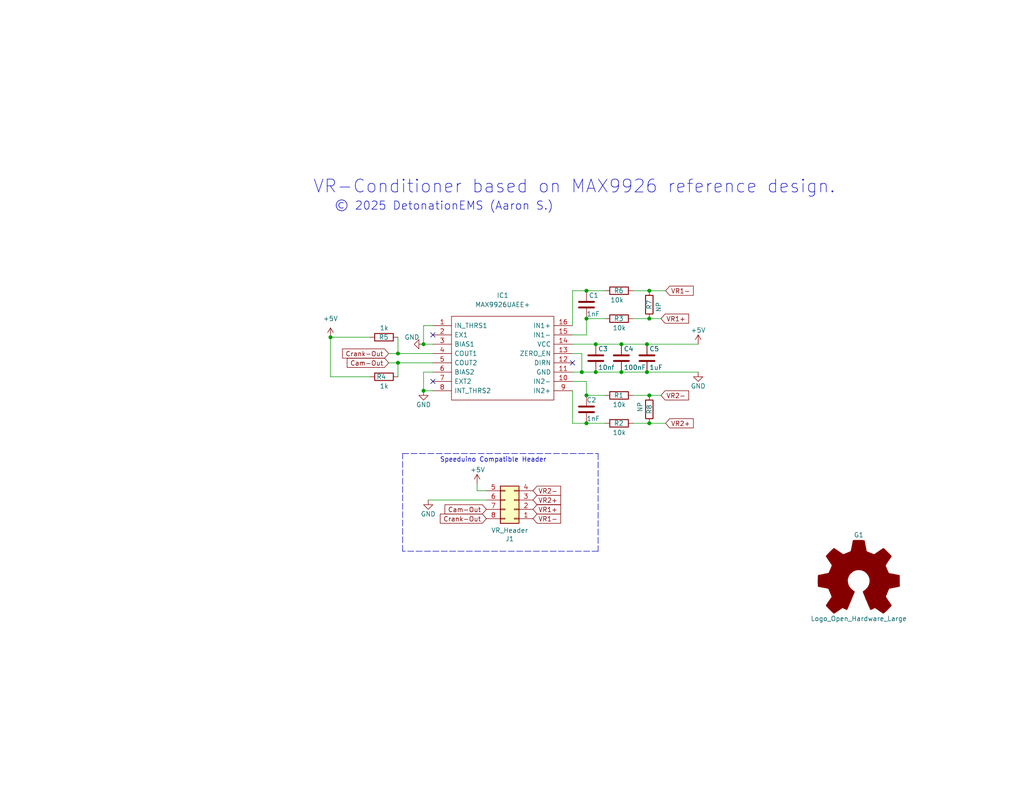
<source format=kicad_sch>
(kicad_sch (version 20250114) (generator "eeschema") (generator_version "9.0")
  (paper "USLetter")
  (title_block (title "VR-Conditioner") (date "2025-05-18") (rev "B") (company "OpenLogicEFI") (comment 1 "OpenLogicEFI"))
  (lib_symbols
    (symbol "Connector_Generic:Conn_02x04_Counter_Clockwise" (pin_names (offset 1.016) (hide yes))
      (property "Reference" "J" (at 1.27 5.08 0))
      (property "Value" "Conn_02x04_Counter_Clockwise" (at 1.27 -7.62 0))
      (symbol "Conn_02x04_Counter_Clockwise_1_1"
        (rectangle (start -1.27 3.81) (end 3.81 -6.35) (stroke (width 0.254)) (fill (type background)))
        (rectangle (start -1.27 2.667) (end 0 2.413) (stroke (width 0.1524)))
        (rectangle (start -1.27 0.127) (end 0 -0.127) (stroke (width 0.1524)))
        (rectangle (start -1.27 -2.413) (end 0 -2.667) (stroke (width 0.1524)))
        (rectangle (start -1.27 -4.953) (end 0 -5.207) (stroke (width 0.1524)))
        (rectangle (start 3.81 2.667) (end 2.54 2.413) (stroke (width 0.1524)))
        (rectangle (start 3.81 0.127) (end 2.54 -0.127) (stroke (width 0.1524)))
        (rectangle (start 3.81 -2.413) (end 2.54 -2.667) (stroke (width 0.1524)))
        (rectangle (start 3.81 -4.953) (end 2.54 -5.207) (stroke (width 0.1524)))
        (pin passive line (at -5.08 2.54 0) (length 3.81) (name "Pin_1") (number "1"))
        (pin passive line (at -5.08 0 0) (length 3.81) (name "Pin_2") (number "2"))
        (pin passive line (at -5.08 -2.54 0) (length 3.81) (name "Pin_3") (number "3"))
        (pin passive line (at -5.08 -5.08 0) (length 3.81) (name "Pin_4") (number "4"))
        (pin passive line (at 7.62 2.54 180) (length 3.81) (name "Pin_8") (number "8"))
        (pin passive line (at 7.62 0 180) (length 3.81) (name "Pin_7") (number "7"))
        (pin passive line (at 7.62 -2.54 180) (length 3.81) (name "Pin_6") (number "6"))
        (pin passive line (at 7.62 -5.08 180) (length 3.81) (name "Pin_5") (number "5"))
      )
    )
    (symbol "Device:C" (pin_numbers (hide yes)) (pin_names (offset 0.254))
      (property "Reference" "C" (at 0.635 2.54 0))
      (property "Value" "C" (at 0.635 -2.54 0))
      (symbol "C_0_1"
        (polyline (pts (xy -2.032 0.762) (xy 2.032 0.762)) (stroke (width 0.508)))
        (polyline (pts (xy -2.032 -0.762) (xy 2.032 -0.762)) (stroke (width 0.508)))
      )
      (symbol "C_1_1"
        (pin passive line (at 0 3.81 270) (length 2.794) (name "~") (number "1"))
        (pin passive line (at 0 -3.81 90) (length 2.794) (name "~") (number "2"))
      )
    )
    (symbol "Device:R" (pin_numbers (hide yes)) (pin_names (offset 0))
      (property "Reference" "R" (at 2.032 0 90))
      (property "Value" "R" (at 0 0 90))
      (symbol "R_0_1"
        (rectangle (start -1.016 -2.54) (end 1.016 2.54) (stroke (width 0.254)))
      )
      (symbol "R_1_1"
        (pin passive line (at 0 3.81 270) (length 1.27) (name "~") (number "1"))
        (pin passive line (at 0 -3.81 90) (length 1.27) (name "~") (number "2"))
      )
    )
    (symbol "Graphic:Logo_Open_Hardware_Large" (pin_names (offset 1.016))
      (symbol "Logo_Open_Hardware_Large_1_1"
        (polyline (pts (xy 6.731 -8.7122) (xy 6.6294 -8.6614) (xy 6.35 -8.4836) (xy 5.9944 -8.255) (xy 5.5372 -7.9502) (xy 5.1054 -7.6454) (xy 4.7498 -7.4168) (xy 4.4958 -7.239) (xy 4.3942 -7.1882) (xy 4.318 -7.2136) (xy 4.1148 -7.3152) (xy 3.81 -7.4676) (xy 3.6322 -7.5692) (xy 3.3528 -7.6708) (xy 3.2258 -7.6962) (xy 3.2004 -7.6708) (xy 3.0988 -7.4676) (xy 2.9464 -7.0866) (xy 2.7178 -6.604) (xy 2.4892 -6.0452) (xy 2.2352 -5.4356) (xy 1.9558 -4.826) (xy 1.7272 -4.2164) (xy 1.4986 -3.683) (xy 1.3208 -3.2512) (xy 1.2192 -2.9464) (xy 1.1684 -2.8194) (xy 1.1938 -2.794) (xy 1.3208 -2.667) (xy 1.5748 -2.4892) (xy 2.0828 -2.0574) (xy 2.6162 -1.397) (xy 2.921 -0.6604) (xy 3.048 0.1524) (xy 2.9464 0.9144) (xy 2.6416 1.6256) (xy 2.1336 2.286) (xy 1.524 2.7686) (xy 0.8128 3.0734) (xy 0 3.175) (xy -0.762 3.0988) (xy -1.4986 2.794) (xy -2.159 2.286) (xy -2.4384 1.9812) (xy -2.8194 1.3208) (xy -3.048 0.6096) (xy -3.0734 0.4318) (xy -3.0226 -0.3556) (xy -2.794 -1.0922) (xy -2.3876 -1.7526) (xy -1.8288 -2.3114) (xy -1.7526 -2.3622) (xy -1.4732 -2.5654) (xy -1.2954 -2.6924) (xy -1.1684 -2.8194) (xy -2.159 -5.207) (xy -2.3114 -5.588) (xy -2.5908 -6.2484) (xy -2.8194 -6.8072) (xy -3.0226 -7.2644) (xy -3.1496 -7.5692) (xy -3.2258 -7.6708) (xy -3.2258 -7.6962) (xy -3.302 -7.6962) (xy -3.4798 -7.6454) (xy -3.8354 -7.4676) (xy -4.0386 -7.366) (xy -4.2926 -7.239) (xy -4.4196 -7.1882) (xy -4.5212 -7.239) (xy -4.7498 -7.3914) (xy -5.1054 -7.6454) (xy -5.5372 -7.9248) (xy -5.9436 -8.2042) (xy -6.3246 -8.4582) (xy -6.604 -8.636) (xy -6.731 -8.7122) (xy -6.7564 -8.7122) (xy -6.858 -8.636) (xy -7.0866 -8.4582) (xy -7.4168 -8.1534) (xy -7.874 -7.6962) (xy -7.9502 -7.62) (xy -8.3312 -7.239) (xy -8.636 -6.9088) (xy -8.8392 -6.6802) (xy -8.9154 -6.5786) (xy -8.9154 -6.5786) (xy -8.8392 -6.4516) (xy -8.6614 -6.1722) (xy -8.4328 -5.7912) (xy -8.128 -5.3594) (xy -7.3152 -4.191) (xy -7.7724 -3.0988) (xy -7.8994 -2.7686) (xy -8.0772 -2.3622) (xy -8.2042 -2.0828) (xy -8.255 -1.9558) (xy -8.382 -1.905) (xy -8.6614 -1.8542) (xy -9.0932 -1.7526) (xy -9.6266 -1.651) (xy -10.1092 -1.5748) (xy -10.541 -1.4732) (xy -10.8712 -1.4224) (xy -11.0236 -1.397) (xy -11.049 -1.3716) (xy -11.0744 -1.2954) (xy -11.0998 -1.143) (xy -11.0998 -0.889) (xy -11.1252 -0.4572) (xy -11.1252 0.1524) (xy -11.1252 0.2286) (xy -11.0998 0.8128) (xy -11.0998 1.27) (xy -11.0744 1.5494) (xy -11.0744 1.6764) (xy -11.0744 1.6764) (xy -10.922 1.7018) (xy -10.6172 1.778) (xy -10.16 1.8542) (xy -9.652 1.9558) (xy -9.6012 1.9812) (xy -9.0932 2.0828) (xy -8.636 2.159) (xy -8.3312 2.2352) (xy -8.2042 2.286) (xy -8.1788 2.3114) (xy -8.0772 2.5146) (xy -7.9248 2.8448) (xy -7.747 3.2512) (xy -7.5692 3.6576) (xy -7.4168 4.0386) (xy -7.3152 4.318) (xy -7.2898 4.445) (xy -7.2898 4.445) (xy -7.366 4.572) (xy -7.5438 4.826) (xy -7.7978 5.207) (xy -8.128 5.6642) (xy -8.128 5.6896) (xy -8.4328 6.1468) (xy -8.6868 6.5278) (xy -8.8392 6.7818) (xy -8.9154 6.9088) (xy -8.9154 6.9088) (xy -8.8138 7.0358) (xy -8.5852 7.2898) (xy -8.255 7.6454) (xy -7.874 8.0264) (xy -7.747 8.1534) (xy -7.3152 8.5852) (xy -7.0104 8.8646) (xy -6.8326 8.9916) (xy -6.731 9.0424) (xy -6.731 9.0424) (xy -6.604 8.9408) (xy -6.3246 8.763) (xy -5.9436 8.509) (xy -5.4864 8.2042) (xy -5.461 8.1788) (xy -5.0038 7.874) (xy -4.6482 7.62) (xy -4.3688 7.4422) (xy -4.2672 7.3914) (xy -4.2418 7.3914) (xy -4.064 7.4422) (xy -3.7338 7.5438) (xy -3.3528 7.6962) (xy -2.9464 7.874) (xy -2.5654 8.0264) (xy -2.286 8.1534) (xy -2.159 8.2296) (xy -2.159 8.2296) (xy -2.1082 8.382) (xy -2.032 8.7122) (xy -1.9304 9.1694) (xy -1.8288 9.7282) (xy -1.8034 9.8044) (xy -1.7018 10.3378) (xy -1.6256 10.7696) (xy -1.5748 11.0744) (xy -1.524 11.2014) (xy -1.4478 11.2268) (xy -1.1938 11.2522) (xy -0.8128 11.2522) (xy -0.3302 11.2522) (xy 0.1524 11.2522) (xy 0.6604 11.2522) (xy 1.0668 11.2268) (xy 1.3716 11.2014) (xy 1.4986 11.176) (xy 1.4986 11.176) (xy 1.5494 11.0236) (xy 1.6256 10.6934) (xy 1.7018 10.2108) (xy 1.8288 9.6774) (xy 1.8288 9.5758) (xy 1.9304 9.0424) (xy 2.032 8.6106) (xy 2.0828 8.3058) (xy 2.1336 8.2042) (xy 2.159 8.1788) (xy 2.3876 8.0772) (xy 2.7432 7.9248) (xy 3.175 7.747) (xy 4.191 7.3406) (xy 5.461 8.2042) (xy 5.5626 8.2804) (xy 6.0198 8.5852) (xy 6.3754 8.8392) (xy 6.6294 8.9916) (xy 6.7564 9.0424) (xy 6.7564 9.0424) (xy 6.8834 8.9408) (xy 7.1374 8.7122) (xy 7.4676 8.382) (xy 7.8486 7.9756) (xy 8.1534 7.6962) (xy 8.4836 7.3406) (xy 8.7122 7.112) (xy 8.8392 6.9596) (xy 8.8646 6.858) (xy 8.8646 6.8072) (xy 8.7884 6.6802) (xy 8.6106 6.4008) (xy 8.3312 6.0198) (xy 8.0264 5.588) (xy 7.7978 5.207) (xy 7.5184 4.8006) (xy 7.3406 4.4958) (xy 7.2898 4.3434) (xy 7.2898 4.2926) (xy 7.3914 4.0386) (xy 7.5184 3.683) (xy 7.7216 3.2258) (xy 8.1534 2.2352) (xy 8.7884 2.1082) (xy 9.1948 2.0574) (xy 9.7536 1.9304) (xy 10.2616 1.8288) (xy 11.0998 1.6764) (xy 11.1252 -1.3208) (xy 10.9982 -1.3716) (xy 10.8712 -1.397) (xy 10.5664 -1.4732) (xy 10.1346 -1.5494) (xy 9.6266 -1.651) (xy 9.1948 -1.7272) (xy 8.7376 -1.8288) (xy 8.4328 -1.8796) (xy 8.2804 -1.905) (xy 8.255 -1.9558) (xy 8.1534 -2.159) (xy 7.9756 -2.5146) (xy 7.8232 -2.921) (xy 7.6454 -3.3274) (xy 7.493 -3.7338) (xy 7.366 -4.0132) (xy 7.3406 -4.191) (xy 7.3914 -4.2926) (xy 7.5692 -4.5466) (xy 7.7978 -4.9276) (xy 8.1026 -5.3594) (xy 8.4074 -5.7912) (xy 8.6614 -6.1722) (xy 8.8138 -6.4262) (xy 8.89 -6.5532) (xy 8.8646 -6.6548) (xy 8.6868 -6.858) (xy 8.3566 -7.1882) (xy 7.874 -7.6708) (xy 7.7978 -7.747) (xy 7.3914 -8.128) (xy 7.0612 -8.4328) (xy 6.8326 -8.636) (xy 6.731 -8.7122)) (fill (type outline)))
      )
    )
    (symbol "MAX9926UAEE+:MAX9926UAEE+" (pin_names (offset 0.762))
      (property "Reference" "IC" (at 34.29 7.62 0))
      (property "Value" "MAX9926UAEE+" (at 34.29 5.08 0))
      (symbol "MAX9926UAEE+_0_0"
        (pin passive line (at 0 0 0) (length 5.08) (name "IN_THRS1") (number "1"))
        (pin passive line (at 0 -2.54 0) (length 5.08) (name "EX1") (number "2"))
        (pin passive line (at 0 -5.08 0) (length 5.08) (name "BIAS1") (number "3"))
        (pin passive line (at 0 -7.62 0) (length 5.08) (name "COUT1") (number "4"))
        (pin passive line (at 0 -10.16 0) (length 5.08) (name "COUT2") (number "5"))
        (pin passive line (at 0 -12.7 0) (length 5.08) (name "BIAS2") (number "6"))
        (pin passive line (at 0 -15.24 0) (length 5.08) (name "EXT2") (number "7"))
        (pin passive line (at 0 -17.78 0) (length 5.08) (name "INT_THRS2") (number "8"))
        (pin passive line (at 38.1 0 180) (length 5.08) (name "IN1+") (number "16"))
        (pin passive line (at 38.1 -2.54 180) (length 5.08) (name "IN1-") (number "15"))
        (pin passive line (at 38.1 -5.08 180) (length 5.08) (name "VCC") (number "14"))
        (pin passive line (at 38.1 -7.62 180) (length 5.08) (name "ZERO_EN") (number "13"))
        (pin passive line (at 38.1 -10.16 180) (length 5.08) (name "DIRN") (number "12"))
        (pin passive line (at 38.1 -12.7 180) (length 5.08) (name "GND") (number "11"))
        (pin passive line (at 38.1 -15.24 180) (length 5.08) (name "IN2-") (number "10"))
        (pin passive line (at 38.1 -17.78 180) (length 5.08) (name "IN2+") (number "9"))
      )
      (symbol "MAX9926UAEE+_0_1"
        (polyline (pts (xy 5.08 2.54) (xy 33.02 2.54) (xy 33.02 -20.32) (xy 5.08 -20.32) (xy 5.08 2.54)) (stroke (width 0.1524)))
      )
    )
    (symbol "power:+5V" (power) (pin_names (offset 0))
      (property "Value" "+5V" (at 0 3.556 0))
      (symbol "+5V_0_1"
        (polyline (pts (xy -0.762 1.27) (xy 0 2.54)))
        (polyline (pts (xy 0 2.54) (xy 0.762 1.27)))
        (polyline (pts (xy 0 0) (xy 0 2.54)))
      )
      (symbol "+5V_1_1"
        (pin power_in line (at 0 0 90) (length 0) (hide yes) (name "+5V") (number "1"))
      )
    )
    (symbol "power:GND" (power) (pin_names (offset 0))
      (property "Value" "GND" (at 0 -3.81 0))
      (symbol "GND_0_1"
        (polyline (pts (xy 0 0) (xy 0 -1.27) (xy 1.27 -1.27) (xy 0 -2.54) (xy -1.27 -1.27) (xy 0 -1.27)))
      )
      (symbol "GND_1_1"
        (pin power_in line (at 0 0 270) (length 0) (hide yes) (name "GND") (number "1"))
      )
    )
  )
  (text "© 2025 DetonationEMS (Aaron S.)" (at 91.186 57.658 0) (effects (font (size 2.25 2.25)) (justify left bottom)))
  (text "Speeduino Compatible Header" (at 120.015 126.365 0) (effects (font (size 1.27 1.27)) (justify left bottom)))
  (text "VR-Conditioner based on MAX9926 reference design." (at 85.344 53.086 0) (effects (font (size 3.5 3.5)) (justify left bottom)))
  (junction (at 160.02 107.95))
  (junction (at 160.02 115.57))
  (junction (at 169.545 101.6))
  (junction (at 160.02 79.375))
  (junction (at 108.585 96.52))
  (junction (at 162.56 101.6))
  (junction (at 177.165 79.375))
  (junction (at 177.165 115.57))
  (junction (at 115.57 93.98))
  (junction (at 160.02 86.995))
  (junction (at 169.545 93.98))
  (junction (at 115.57 106.68))
  (junction (at 176.53 93.98))
  (junction (at 90.17 92.075))
  (junction (at 158.75 101.6))
  (junction (at 108.585 99.06))
  (junction (at 177.165 107.95))
  (junction (at 176.53 101.6))
  (junction (at 177.165 86.995))
  (junction (at 162.56 93.98))
  (no_connect (at 156.21 99.06))
  (no_connect (at 118.11 104.14))
  (no_connect (at 118.11 91.44))
  (polyline (pts (xy 109.855 123.825) (xy 163.195 123.825)) (stroke (width 0) (type dash)))
  (wire (pts (xy 100.965 102.87) (xy 90.17 102.87)))
  (wire (pts (xy 160.02 91.44) (xy 156.21 91.44)))
  (wire (pts (xy 118.11 106.68) (xy 115.57 106.68)))
  (wire (pts (xy 108.585 99.06) (xy 118.11 99.06)))
  (wire (pts (xy 115.57 93.98) (xy 118.11 93.98)))
  (wire (pts (xy 169.545 93.98) (xy 176.53 93.98)))
  (wire (pts (xy 132.715 133.985) (xy 130.175 133.985)))
  (wire (pts (xy 108.585 102.87) (xy 108.585 99.06)))
  (wire (pts (xy 160.02 86.995) (xy 160.02 91.44)))
  (wire (pts (xy 176.53 93.98) (xy 190.5 93.98)))
  (wire (pts (xy 156.21 93.98) (xy 162.56 93.98)))
  (wire (pts (xy 116.84 136.525) (xy 132.715 136.525)))
  (wire (pts (xy 160.02 107.95) (xy 165.1 107.95)))
  (wire (pts (xy 162.56 101.6) (xy 158.75 101.6)))
  (wire (pts (xy 108.585 96.52) (xy 118.11 96.52)))
  (polyline (pts (xy 163.195 150.495) (xy 109.855 150.495)) (stroke (width 0) (type dash)))
  (wire (pts (xy 90.17 92.075) (xy 100.965 92.075)))
  (wire (pts (xy 115.57 88.9) (xy 115.57 93.98)))
  (wire (pts (xy 156.21 79.375) (xy 160.02 79.375)))
  (wire (pts (xy 176.53 101.6) (xy 190.5 101.6)))
  (wire (pts (xy 160.02 104.14) (xy 160.02 107.95)))
  (wire (pts (xy 177.165 107.95) (xy 180.34 107.95)))
  (wire (pts (xy 158.75 96.52) (xy 156.21 96.52)))
  (wire (pts (xy 160.02 79.375) (xy 165.1 79.375)))
  (wire (pts (xy 156.21 115.57) (xy 160.02 115.57)))
  (wire (pts (xy 160.02 104.14) (xy 156.21 104.14)))
  (wire (pts (xy 106.045 99.06) (xy 108.585 99.06)))
  (wire (pts (xy 172.72 86.995) (xy 177.165 86.995)))
  (wire (pts (xy 115.57 88.9) (xy 118.11 88.9)))
  (wire (pts (xy 115.57 101.6) (xy 115.57 106.68)))
  (wire (pts (xy 156.21 106.68) (xy 156.21 115.57)))
  (wire (pts (xy 158.75 96.52) (xy 158.75 101.6)))
  (polyline (pts (xy 163.195 123.825) (xy 163.195 150.495)) (stroke (width 0) (type dash)))
  (wire (pts (xy 169.545 101.6) (xy 176.53 101.6)))
  (wire (pts (xy 108.585 92.075) (xy 108.585 96.52)))
  (wire (pts (xy 162.56 93.98) (xy 169.545 93.98)))
  (wire (pts (xy 106.045 96.52) (xy 108.585 96.52)))
  (polyline (pts (xy 109.855 150.495) (xy 109.855 123.825)) (stroke (width 0) (type dash)))
  (wire (pts (xy 130.175 133.985) (xy 130.175 132.08)))
  (wire (pts (xy 156.21 101.6) (xy 158.75 101.6)))
  (wire (pts (xy 177.165 86.995) (xy 180.34 86.995)))
  (wire (pts (xy 90.17 102.87) (xy 90.17 92.075)))
  (wire (pts (xy 172.72 115.57) (xy 177.165 115.57)))
  (wire (pts (xy 160.02 115.57) (xy 165.1 115.57)))
  (wire (pts (xy 177.165 79.375) (xy 181.61 79.375)))
  (wire (pts (xy 172.72 79.375) (xy 177.165 79.375)))
  (wire (pts (xy 172.72 107.95) (xy 177.165 107.95)))
  (wire (pts (xy 156.21 79.375) (xy 156.21 88.9)))
  (wire (pts (xy 160.02 86.995) (xy 165.1 86.995)))
  (wire (pts (xy 162.56 101.6) (xy 169.545 101.6)))
  (wire (pts (xy 177.165 115.57) (xy 181.61 115.57)))
  (wire (pts (xy 115.57 101.6) (xy 118.11 101.6)))
  (global_label "Cam-Out" (shape input) (at 106.045 99.06 180) (property "Intersheetrefs" "${INTERSHEET_REFS}" (effects (hide yes))))
  (global_label "VR1+" (shape input) (at 145.415 139.065 0) (property "Intersheetrefs" "${INTERSHEET_REFS}" (effects (hide yes))))
  (global_label "VR1-" (shape input) (at 145.415 141.605 0) (property "Intersheetrefs" "${INTERSHEET_REFS}" (effects (hide yes))))
  (global_label "Crank-Out" (shape input) (at 106.045 96.52 180) (property "Intersheetrefs" "${INTERSHEET_REFS}" (effects (hide yes))))
  (global_label "VR1-" (shape input) (at 181.61 79.375 0) (property "Intersheetrefs" "${INTERSHEET_REFS}" (effects (hide yes))))
  (global_label "VR2+" (shape input) (at 181.61 115.57 0) (property "Intersheetrefs" "${INTERSHEET_REFS}" (effects (hide yes))))
  (global_label "VR2-" (shape input) (at 145.415 133.985 0) (property "Intersheetrefs" "${INTERSHEET_REFS}" (effects (hide yes))))
  (global_label "Cam-Out" (shape input) (at 132.715 139.065 180) (property "Intersheetrefs" "${INTERSHEET_REFS}" (effects (hide yes))))
  (global_label "VR1+" (shape input) (at 180.34 86.995 0) (property "Intersheetrefs" "${INTERSHEET_REFS}" (effects (hide yes))))
  (global_label "VR2+" (shape input) (at 145.415 136.525 0) (property "Intersheetrefs" "${INTERSHEET_REFS}" (effects (hide yes))))
  (global_label "VR2-" (shape input) (at 180.34 107.95 0) (property "Intersheetrefs" "${INTERSHEET_REFS}" (effects (hide yes))))
  (global_label "Crank-Out" (shape input) (at 132.715 141.605 180) (property "Intersheetrefs" "${INTERSHEET_REFS}" (effects (hide yes))))
  (symbol (lib_id "MAX9926UAEE+:MAX9926UAEE+") (at 118.11 88.9 0) (unit 1)
    (property "Reference" "IC1" (at 137.16 80.645 0))
    (property "Value" "MAX9926UAEE+" (at 137.16 83.185 0))
    (property "Footprint" "Detonation:MAX9926-HandSoldering" (effects (hide yes)))
    (property "Datasheet" "https://datasheets.maximintegrated.com/en/ds/MAX9924-MAX9927.pdf" (effects (hide yes)))
    (property "MFG Part Num" "MAX9926UAEE+" (effects (hide yes)))
  )
  (symbol (lib_id "power:+5V") (at 130.175 132.08 0) (unit 1)
    (property "Reference" "#PWR0102" (effects (hide yes)))
    (property "Value" "+5V" (at 128.27 128.27 0) (effects (justify left)))
  )
  (symbol (lib_id "Device:R") (at 168.91 115.57 90) (unit 1)
    (property "Reference" "R2" (at 170.18 115.57 90) (effects (justify left)))
    (property "Value" "10k" (at 170.815 118.11 90) (effects (justify left)))
    (property "Footprint" "Resistor_SMD:R_1206_3216Metric" (effects (hide yes)))
    (property "LCSC" "C17902" (effects (hide yes)))
  )
  (symbol (lib_id "Device:R") (at 177.165 111.76 180) (unit 1)
    (property "Reference" "R8" (at 177.165 111.76 90))
    (property "Value" "NP" (at 174.625 111.125 90))
    (property "Footprint" "Resistor_THT:R_Axial_DIN0207_L6.3mm_D2.5mm_P7.62mm_Horizontal" (effects (hide yes)))
  )
  (symbol (lib_id "Device:R") (at 168.91 107.95 90) (unit 1)
    (property "Reference" "R1" (at 170.18 107.95 90) (effects (justify left)))
    (property "Value" "10k" (at 170.815 110.49 90) (effects (justify left)))
    (property "Footprint" "Resistor_SMD:R_1206_3216Metric" (effects (hide yes)))
    (property "LCSC" "C17902" (effects (hide yes)))
  )
  (symbol (lib_id "power:GND") (at 115.57 93.98 270) (unit 1)
    (property "Reference" "#PWR0106" (effects (hide yes)))
    (property "Value" "GND" (at 112.395 92.075 90))
  )
  (symbol (lib_id "power:+5V") (at 190.5 93.98 0) (unit 1)
    (property "Reference" "#PWR0103" (effects (hide yes)))
    (property "Value" "+5V" (at 190.5 90.17 0))
  )
  (symbol (lib_id "Graphic:Logo_Open_Hardware_Large") (at 234.315 158.75 0) (unit 1)
    (property "Reference" "G1" (at 234.315 146.05 0))
    (property "Value" "Logo_Open_Hardware_Large" (at 234.315 168.91 0))
    (property "Footprint" "Detonation-Logos:SpeeduinoCompatible-17mm" (effects (hide yes)))
  )
  (symbol (lib_id "Device:R") (at 104.775 92.075 90) (unit 1)
    (property "Reference" "R5" (at 106.045 92.075 90) (effects (justify left)))
    (property "Value" "1k" (at 106.045 89.535 90) (effects (justify left)))
    (property "Footprint" "Resistor_SMD:R_0402_1005Metric" (effects (hide yes)))
    (property "Description" "Thick Film; +/-1% 0.2W" (effects (hide yes)))
    (property "LCSC" "C11702" (effects (hide yes)))
  )
  (symbol (lib_id "power:GND") (at 116.84 136.525 0) (unit 1)
    (property "Reference" "#PWR0101" (effects (hide yes)))
    (property "Value" "GND" (at 116.84 140.335 0))
  )
  (symbol (lib_id "power:GND") (at 115.57 106.68 0) (unit 1)
    (property "Reference" "#PWR0105" (effects (hide yes)))
    (property "Value" "GND" (at 115.57 110.49 0))
  )
  (symbol (lib_id "power:+5V") (at 90.17 92.075 0) (unit 1)
    (property "Reference" "#PWR0107" (effects (hide yes)))
    (property "Value" "+5V" (at 90.17 86.995 0))
  )
  (symbol (lib_id "power:GND") (at 190.5 101.6 0) (unit 1)
    (property "Reference" "#PWR0104" (effects (hide yes)))
    (property "Value" "GND" (at 190.5 105.41 0))
  )
  (symbol (lib_id "Device:R") (at 104.775 102.87 90) (unit 1)
    (property "Reference" "R4" (at 105.41 102.87 90) (effects (justify left)))
    (property "Value" "1k" (at 106.045 105.41 90) (effects (justify left)))
    (property "Footprint" "Resistor_SMD:R_0402_1005Metric" (effects (hide yes)))
    (property "LCSC" "C11702" (effects (hide yes)))
  )
  (symbol (lib_id "Device:R") (at 168.91 86.995 90) (unit 1)
    (property "Reference" "R3" (at 170.18 86.995 90) (effects (justify left)))
    (property "Value" "10k" (at 170.815 89.535 90) (effects (justify left)))
    (property "Footprint" "Resistor_SMD:R_1206_3216Metric" (effects (hide yes)))
    (property "LCSC" "C17902" (effects (hide yes)))
  )
  (symbol (lib_id "Device:C") (at 162.56 97.79 0) (unit 1)
    (property "Reference" "C3" (at 163.195 95.25 0) (effects (justify left)))
    (property "Value" "10nf" (at 163.195 100.33 0) (effects (justify left)))
    (property "Footprint" "Capacitor_SMD:C_0603_1608Metric" (effects (hide yes)))
    (property "LCSC" "C57112" (effects (hide yes)))
  )
  (symbol (lib_id "Connector_Generic:Conn_02x04_Counter_Clockwise") (at 140.335 139.065 180) (unit 1) (in_bom no)
    (property "Reference" "J1" (at 139.065 147.1168 0))
    (property "Value" "VR_Header" (at 139.065 144.8054 0))
    (property "Footprint" "Detonation:Socket_VRConditioner" (effects (hide yes)))
  )
  (symbol (lib_id "Device:C") (at 160.02 83.185 0) (unit 1)
    (property "Reference" "C1" (at 160.655 80.645 0) (effects (justify left)))
    (property "Value" "1nF" (at 160.02 85.725 0) (effects (justify left)))
    (property "Footprint" "Capacitor_SMD:C_0603_1608Metric" (effects (hide yes)))
    (property "LCSC" "C1588" (effects (hide yes)))
  )
  (symbol (lib_id "Device:C") (at 160.02 111.76 0) (unit 1)
    (property "Reference" "C2" (at 160.02 109.22 0) (effects (justify left)))
    (property "Value" "1nF" (at 160.02 114.3 0) (effects (justify left)))
    (property "Footprint" "Capacitor_SMD:C_0603_1608Metric" (effects (hide yes)))
    (property "LCSC" "C1588" (effects (hide yes)))
  )
  (symbol (lib_id "Device:R") (at 177.165 83.185 0) (unit 1)
    (property "Reference" "R7" (at 177.165 83.185 90))
    (property "Value" "NP" (at 179.705 83.82 90))
    (property "Footprint" "Resistor_THT:R_Axial_DIN0207_L6.3mm_D2.5mm_P7.62mm_Horizontal" (effects (hide yes)))
  )
  (symbol (lib_id "Device:C") (at 169.545 97.79 0) (unit 1)
    (property "Reference" "C4" (at 170.18 95.25 0) (effects (justify left)))
    (property "Value" "100nF" (at 170.18 100.33 0) (effects (justify left)))
    (property "Footprint" "Capacitor_SMD:C_0603_1608Metric" (effects (hide yes)))
    (property "LCSC" "C14663" (effects (hide yes)))
  )
  (symbol (lib_id "Device:C") (at 176.53 97.79 0) (unit 1)
    (property "Reference" "C5" (at 177.165 95.25 0) (effects (justify left)))
    (property "Value" "1uF" (at 177.165 100.33 0) (effects (justify left)))
    (property "Footprint" "Capacitor_SMD:C_0603_1608Metric" (effects (hide yes)))
    (property "LCSC" "C15849" (effects (hide yes)))
  )
  (symbol (lib_id "Device:R") (at 168.91 79.375 90) (unit 1)
    (property "Reference" "R6" (at 170.18 79.375 90) (effects (justify left)))
    (property "Value" "10k" (at 170.18 81.915 90) (effects (justify left)))
    (property "Footprint" "Resistor_SMD:R_1206_3216Metric" (effects (hide yes)))
    (property "LCSC" "C17902" (effects (hide yes)))
  )
)
</source>
